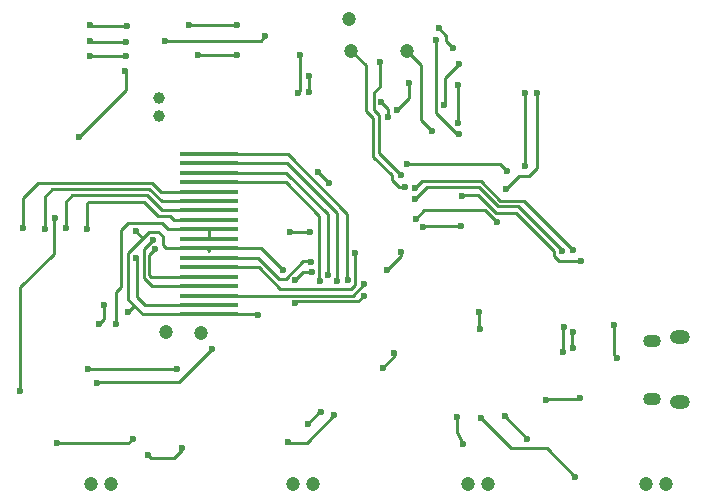
<source format=gbr>
G04 #@! TF.FileFunction,Copper,L2,Bot,Signal*
%FSLAX46Y46*%
G04 Gerber Fmt 4.6, Leading zero omitted, Abs format (unit mm)*
G04 Created by KiCad (PCBNEW 4.0.4-stable) date Sun Apr  9 13:13:39 2017*
%MOMM*%
%LPD*%
G01*
G04 APERTURE LIST*
%ADD10C,0.250000*%
%ADD11O,1.500000X1.100000*%
%ADD12O,1.700000X1.200000*%
%ADD13R,5.000000X0.400000*%
%ADD14C,1.200000*%
%ADD15C,1.000000*%
%ADD16C,0.600000*%
G04 APERTURE END LIST*
D10*
D11*
X154850000Y-83800000D03*
X154800000Y-78860000D03*
D12*
X157170000Y-84040000D03*
X157170000Y-78580000D03*
D13*
X117350000Y-63050000D03*
X117350000Y-63850000D03*
X117350000Y-64650000D03*
X117350000Y-65450000D03*
X117350000Y-66250000D03*
X117350000Y-67050000D03*
X117350000Y-67850000D03*
X117350000Y-68650000D03*
X117350000Y-69450000D03*
X117350000Y-70250000D03*
X117350000Y-71050000D03*
X117350000Y-71850000D03*
X117350000Y-72650000D03*
X117350000Y-73450000D03*
X117350000Y-74250000D03*
X117350000Y-75050000D03*
X117350000Y-75850000D03*
X117350000Y-76650000D03*
D14*
X113700000Y-78150000D03*
X116625000Y-78225000D03*
X129200000Y-51625000D03*
X129360000Y-54320000D03*
X134110000Y-54340000D03*
X124400000Y-91000000D03*
X126100000Y-91000000D03*
X139225000Y-91000000D03*
X140925000Y-91000000D03*
X107325000Y-91000000D03*
X109025000Y-91000000D03*
X154325000Y-91000000D03*
X156025000Y-91000000D03*
D15*
X113100000Y-58320000D03*
X113100000Y-59820000D03*
D16*
X104475000Y-87525000D03*
X110850000Y-87175000D03*
X144250000Y-87200000D03*
X142350000Y-85275000D03*
X106275000Y-61625000D03*
X110250000Y-56025000D03*
X110490000Y-76454000D03*
X111160000Y-69620000D03*
X136790000Y-52440000D03*
X138010000Y-54070000D03*
X142570000Y-64530000D03*
X134110000Y-63900000D03*
X121460000Y-76680000D03*
X123550000Y-72850000D03*
X140230000Y-77910000D03*
X140210000Y-76420000D03*
X131840000Y-55280000D03*
X133590000Y-64850000D03*
X116400000Y-54675000D03*
X119650000Y-54700000D03*
X107225000Y-54750000D03*
X110300000Y-54800000D03*
X107875000Y-82450000D03*
X117575000Y-79575000D03*
X136570000Y-53380000D03*
X138520000Y-61390000D03*
X130450000Y-75060000D03*
X124610000Y-75720000D03*
X126540000Y-64560000D03*
X127480000Y-65520000D03*
X124190000Y-69630000D03*
X125840000Y-69660000D03*
X148720000Y-83760000D03*
X145850000Y-83930000D03*
X138640000Y-69170000D03*
X135410000Y-69220000D03*
X133550000Y-71350000D03*
X132410000Y-72860000D03*
X126000000Y-73080000D03*
X124620000Y-73750000D03*
X145090000Y-57940000D03*
X142470000Y-65990000D03*
X144080000Y-57940000D03*
X144050000Y-64100000D03*
X141690000Y-68840000D03*
X134810000Y-68590000D03*
X132490000Y-59900000D03*
X131900000Y-58640000D03*
X138420000Y-57200000D03*
X138440000Y-60470000D03*
X134230000Y-57040000D03*
X133240000Y-59310000D03*
X138520000Y-55440000D03*
X137250000Y-58920000D03*
X104250000Y-68500000D03*
X101350000Y-83100000D03*
X151870000Y-80310000D03*
X151610000Y-77570000D03*
X148830000Y-72100000D03*
X138730000Y-66630000D03*
X107000000Y-69375000D03*
X125970000Y-72180000D03*
X129720000Y-71480000D03*
X112760000Y-71140000D03*
X112610000Y-70330000D03*
X130480000Y-74080000D03*
X111180000Y-71860000D03*
X133900000Y-65880000D03*
X136180000Y-61130000D03*
X134750000Y-65970000D03*
X148100000Y-71170000D03*
X148120000Y-78170000D03*
X148100000Y-79480000D03*
X147290000Y-79810000D03*
X147340000Y-77710000D03*
X147220000Y-71310000D03*
X134780000Y-66840000D03*
X107050000Y-81275000D03*
X114650000Y-81275000D03*
X125825000Y-56425000D03*
X125800000Y-57800000D03*
X122100000Y-53075000D03*
X113625000Y-53500000D03*
X110300000Y-53575000D03*
X107225000Y-53500000D03*
X125000000Y-54700000D03*
X124825000Y-57900000D03*
X119650000Y-52150000D03*
X115625000Y-52175000D03*
X110350000Y-52225000D03*
X107225000Y-52175000D03*
X126800000Y-84950000D03*
X125700000Y-85925000D03*
X138300000Y-85375000D03*
X138800000Y-87600000D03*
X112175000Y-88550000D03*
X115075000Y-87950000D03*
X124025000Y-87450000D03*
X127900000Y-85175000D03*
X132025000Y-81175000D03*
X133025000Y-79925000D03*
X140350000Y-85425000D03*
X148350000Y-90450000D03*
X129050000Y-73740000D03*
X128120000Y-73780000D03*
X127410000Y-73320000D03*
X126690000Y-73790000D03*
X101600000Y-69342000D03*
X103400000Y-69375000D03*
X105175000Y-69350000D03*
X108400000Y-75850000D03*
X108000000Y-77425000D03*
X109450000Y-77425000D03*
D10*
X110500000Y-87525000D02*
X104475000Y-87525000D01*
X110850000Y-87175000D02*
X110500000Y-87525000D01*
X144250000Y-87175000D02*
X144250000Y-87200000D01*
X142350000Y-85275000D02*
X144250000Y-87175000D01*
X106275000Y-61625000D02*
X110275000Y-57625000D01*
X110275000Y-57625000D02*
X110275000Y-56050000D01*
X110275000Y-56050000D02*
X110250000Y-56025000D01*
X110998000Y-75946000D02*
X110998000Y-75928000D01*
X111007000Y-75937000D02*
X110998000Y-75946000D01*
X110490000Y-76454000D02*
X111007000Y-75937000D01*
X111160000Y-69620000D02*
X111685000Y-70145000D01*
X111685000Y-70145000D02*
X111695000Y-70155000D01*
X137400000Y-53050000D02*
X136790000Y-52440000D01*
X137400000Y-53460000D02*
X137400000Y-53050000D01*
X138010000Y-54070000D02*
X137400000Y-53460000D01*
X141960000Y-63920000D02*
X142570000Y-64530000D01*
X135040000Y-63920000D02*
X141960000Y-63920000D01*
X134110000Y-63900000D02*
X135040000Y-63920000D01*
X121430000Y-76650000D02*
X117350000Y-76650000D01*
X121460000Y-76680000D02*
X121430000Y-76650000D01*
X117350000Y-76650000D02*
X111720000Y-76650000D01*
X113660000Y-71050000D02*
X117120000Y-71050000D01*
X113390000Y-70780000D02*
X113660000Y-71050000D01*
X113390000Y-70020000D02*
X113390000Y-70780000D01*
X113010000Y-69640000D02*
X113390000Y-70020000D01*
X112210000Y-69640000D02*
X113010000Y-69640000D01*
X110440000Y-71410000D02*
X111695000Y-70155000D01*
X111695000Y-70155000D02*
X112210000Y-69640000D01*
X110440000Y-75370000D02*
X110440000Y-71410000D01*
X111720000Y-76650000D02*
X110998000Y-75928000D01*
X110998000Y-75928000D02*
X110440000Y-75370000D01*
X117120000Y-71050000D02*
X117350000Y-71280000D01*
X117350000Y-71050000D02*
X121750000Y-71050000D01*
X121750000Y-71050000D02*
X123550000Y-72850000D01*
X140230000Y-77910000D02*
X140210000Y-77890000D01*
X140210000Y-77890000D02*
X140210000Y-76420000D01*
X131840000Y-55530000D02*
X131840000Y-55280000D01*
X131840000Y-57300000D02*
X131840000Y-55530000D01*
X131250000Y-57890000D02*
X131840000Y-57300000D01*
X131250000Y-59300000D02*
X131250000Y-57890000D01*
X131750000Y-59800000D02*
X131250000Y-59300000D01*
X131750000Y-63010000D02*
X131750000Y-59800000D01*
X133590000Y-64850000D02*
X131750000Y-63010000D01*
X116400000Y-54675000D02*
X116425000Y-54700000D01*
X116425000Y-54700000D02*
X119650000Y-54700000D01*
X107225000Y-54750000D02*
X107275000Y-54800000D01*
X107275000Y-54800000D02*
X110300000Y-54800000D01*
X107925000Y-82400000D02*
X107875000Y-82450000D01*
X114750000Y-82400000D02*
X107925000Y-82400000D01*
X117575000Y-79575000D02*
X114750000Y-82400000D01*
X136570000Y-59580000D02*
X136570000Y-53380000D01*
X138250000Y-61260000D02*
X136570000Y-59580000D01*
X138390000Y-61260000D02*
X138250000Y-61260000D01*
X138520000Y-61390000D02*
X138390000Y-61260000D01*
X129960000Y-75550000D02*
X130450000Y-75060000D01*
X124780000Y-75550000D02*
X129960000Y-75550000D01*
X124610000Y-75720000D02*
X124780000Y-75550000D01*
X126540000Y-64580000D02*
X126540000Y-64560000D01*
X127480000Y-65520000D02*
X126540000Y-64580000D01*
X124190000Y-69630000D02*
X124220000Y-69660000D01*
X124220000Y-69660000D02*
X125840000Y-69660000D01*
X148720000Y-83760000D02*
X148690000Y-83790000D01*
X148690000Y-83790000D02*
X145990000Y-83790000D01*
X145990000Y-83790000D02*
X145850000Y-83930000D01*
X135460000Y-69170000D02*
X138640000Y-69170000D01*
X135410000Y-69220000D02*
X135460000Y-69170000D01*
X133550000Y-71720000D02*
X133550000Y-71350000D01*
X132410000Y-72860000D02*
X133550000Y-71720000D01*
X125290000Y-73080000D02*
X126000000Y-73080000D01*
X124620000Y-73750000D02*
X125290000Y-73080000D01*
X145090000Y-64240000D02*
X145090000Y-57940000D01*
X144440000Y-64890000D02*
X145090000Y-64240000D01*
X143570000Y-64890000D02*
X144440000Y-64890000D01*
X142470000Y-65990000D02*
X143570000Y-64890000D01*
X144080000Y-64070000D02*
X144080000Y-57940000D01*
X144050000Y-64100000D02*
X144080000Y-64070000D01*
X141690000Y-68830000D02*
X141690000Y-68840000D01*
X140710000Y-67850000D02*
X141690000Y-68830000D01*
X135550000Y-67850000D02*
X140710000Y-67850000D01*
X134810000Y-68590000D02*
X135550000Y-67850000D01*
X132490000Y-59230000D02*
X132490000Y-59900000D01*
X131900000Y-58640000D02*
X132490000Y-59230000D01*
X138420000Y-60450000D02*
X138420000Y-57200000D01*
X138440000Y-60470000D02*
X138420000Y-60450000D01*
X134260000Y-57070000D02*
X134230000Y-57040000D01*
X134260000Y-58290000D02*
X134260000Y-57070000D01*
X133240000Y-59310000D02*
X134260000Y-58290000D01*
X137290000Y-56670000D02*
X138520000Y-55440000D01*
X137290000Y-58880000D02*
X137290000Y-56670000D01*
X137250000Y-58920000D02*
X137290000Y-58880000D01*
X104250000Y-68500000D02*
X104175000Y-68575000D01*
X104175000Y-68575000D02*
X104175000Y-71525000D01*
X104175000Y-71525000D02*
X101350000Y-74350000D01*
X101350000Y-74350000D02*
X101350000Y-83100000D01*
X151870000Y-80310000D02*
X151610000Y-80050000D01*
X151610000Y-80050000D02*
X151610000Y-77570000D01*
X146930000Y-72100000D02*
X148830000Y-72100000D01*
X146500000Y-71670000D02*
X146930000Y-72100000D01*
X146500000Y-71250000D02*
X146500000Y-71670000D01*
X143300000Y-68050000D02*
X146500000Y-71250000D01*
X141600000Y-68050000D02*
X143300000Y-68050000D01*
X140070000Y-66520000D02*
X141600000Y-68050000D01*
X138840000Y-66520000D02*
X140070000Y-66520000D01*
X138730000Y-66630000D02*
X138840000Y-66520000D01*
X117350000Y-68650000D02*
X114350000Y-68650000D01*
X107000000Y-67250000D02*
X107000000Y-69375000D01*
X107125000Y-67125000D02*
X107000000Y-67250000D01*
X111775000Y-67125000D02*
X107125000Y-67125000D01*
X112975000Y-68325000D02*
X111775000Y-67125000D01*
X114025000Y-68325000D02*
X112975000Y-68325000D01*
X114350000Y-68650000D02*
X114025000Y-68325000D01*
X117350000Y-71850000D02*
X121500000Y-71850000D01*
X125970000Y-72160000D02*
X125970000Y-72180000D01*
X125300000Y-72160000D02*
X125970000Y-72160000D01*
X123850000Y-73610000D02*
X125300000Y-72160000D01*
X123260000Y-73610000D02*
X123850000Y-73610000D01*
X121500000Y-71850000D02*
X123260000Y-73610000D01*
X117350000Y-72650000D02*
X121540000Y-72650000D01*
X129720000Y-74120000D02*
X129720000Y-71480000D01*
X129380000Y-74460000D02*
X129720000Y-74120000D01*
X123350000Y-74460000D02*
X129380000Y-74460000D01*
X121540000Y-72650000D02*
X123350000Y-74460000D01*
X117350000Y-73450000D02*
X112430002Y-73450000D01*
X112270002Y-71629998D02*
X112760000Y-71140000D01*
X112270002Y-73290000D02*
X112270002Y-71629998D01*
X112430002Y-73450000D02*
X112270002Y-73290000D01*
X112510000Y-74250000D02*
X117350000Y-74250000D01*
X111820000Y-73560000D02*
X112510000Y-74250000D01*
X111820000Y-71120000D02*
X111820000Y-73560000D01*
X112610000Y-70330000D02*
X111820000Y-71120000D01*
X117350000Y-75050000D02*
X129510000Y-75050000D01*
X129510000Y-75050000D02*
X130480000Y-74080000D01*
X111920000Y-75850000D02*
X117350000Y-75850000D01*
X111210000Y-75140000D02*
X111920000Y-75850000D01*
X111210000Y-71890000D02*
X111210000Y-75140000D01*
X111180000Y-71860000D02*
X111210000Y-71890000D01*
X133900000Y-65880000D02*
X133420000Y-65880000D01*
X130610000Y-55570000D02*
X129360000Y-54320000D01*
X130610000Y-59410000D02*
X130610000Y-55570000D01*
X131220000Y-60020000D02*
X130610000Y-59410000D01*
X131220000Y-63280000D02*
X131220000Y-60020000D01*
X132790000Y-64850000D02*
X131220000Y-63280000D01*
X132790000Y-65250000D02*
X132790000Y-64850000D01*
X133420000Y-65880000D02*
X132790000Y-65250000D01*
X135270000Y-55500000D02*
X134110000Y-54340000D01*
X135270000Y-60220000D02*
X135270000Y-55500000D01*
X136180000Y-61130000D02*
X135270000Y-60220000D01*
X135340000Y-65380000D02*
X134750000Y-65970000D01*
X140350000Y-65380000D02*
X135340000Y-65380000D01*
X142000000Y-67030000D02*
X140350000Y-65380000D01*
X143960000Y-67030000D02*
X142000000Y-67030000D01*
X148100000Y-71170000D02*
X143960000Y-67030000D01*
X148090000Y-78200000D02*
X148120000Y-78170000D01*
X148090000Y-79470000D02*
X148090000Y-78200000D01*
X148100000Y-79480000D02*
X148090000Y-79470000D01*
X147290000Y-77760000D02*
X147290000Y-79810000D01*
X147340000Y-77710000D02*
X147290000Y-77760000D01*
X147220000Y-71220000D02*
X147220000Y-71310000D01*
X143510000Y-67510000D02*
X147220000Y-71220000D01*
X141820000Y-67510000D02*
X143510000Y-67510000D01*
X140153199Y-65843199D02*
X141820000Y-67510000D01*
X135776801Y-65843199D02*
X140153199Y-65843199D01*
X134780000Y-66840000D02*
X135776801Y-65843199D01*
X107050000Y-81275000D02*
X114650000Y-81275000D01*
X125825000Y-57775000D02*
X125825000Y-56425000D01*
X125800000Y-57800000D02*
X125825000Y-57775000D01*
X122100000Y-53075000D02*
X121700000Y-53475000D01*
X121700000Y-53475000D02*
X113600000Y-53475000D01*
X113600000Y-53475000D02*
X113625000Y-53500000D01*
X107300000Y-53575000D02*
X110300000Y-53575000D01*
X107225000Y-53500000D02*
X107300000Y-53575000D01*
X125000000Y-54800000D02*
X125000000Y-54700000D01*
X125025000Y-54825000D02*
X125000000Y-54800000D01*
X125025000Y-57700000D02*
X125025000Y-54825000D01*
X124825000Y-57900000D02*
X125025000Y-57700000D01*
X115650000Y-52150000D02*
X119650000Y-52150000D01*
X115625000Y-52175000D02*
X115650000Y-52150000D01*
X107275000Y-52225000D02*
X110350000Y-52225000D01*
X107225000Y-52175000D02*
X107275000Y-52225000D01*
X126675000Y-84950000D02*
X126800000Y-84950000D01*
X125700000Y-85925000D02*
X126675000Y-84950000D01*
X138300000Y-86625000D02*
X138300000Y-85375000D01*
X138800000Y-87600000D02*
X138300000Y-86625000D01*
X112175000Y-88550000D02*
X112450000Y-88825000D01*
X112450000Y-88825000D02*
X114350000Y-88825000D01*
X114350000Y-88825000D02*
X115075000Y-88100000D01*
X115075000Y-88100000D02*
X115075000Y-87950000D01*
X124025000Y-87450000D02*
X124075000Y-87500000D01*
X124075000Y-87500000D02*
X125600000Y-87500000D01*
X125600000Y-87500000D02*
X127900000Y-85200000D01*
X127900000Y-85200000D02*
X127900000Y-85175000D01*
X132025000Y-81175000D02*
X133100000Y-80100000D01*
X133100000Y-80100000D02*
X133100000Y-80000000D01*
X133100000Y-80000000D02*
X133025000Y-79925000D01*
X142925000Y-88000000D02*
X140350000Y-85425000D01*
X145900000Y-88000000D02*
X142925000Y-88000000D01*
X148350000Y-90450000D02*
X145900000Y-88000000D01*
X123970000Y-63050000D02*
X117350000Y-63050000D01*
X129030000Y-68110000D02*
X123970000Y-63050000D01*
X129030000Y-73720000D02*
X129030000Y-68110000D01*
X129050000Y-73740000D02*
X129030000Y-73720000D01*
X117350000Y-63850000D02*
X123930000Y-63850000D01*
X128120000Y-68040000D02*
X128120000Y-73780000D01*
X123930000Y-63850000D02*
X128120000Y-68040000D01*
X123860000Y-64650000D02*
X117350000Y-64650000D01*
X127390000Y-68180000D02*
X123860000Y-64650000D01*
X127370000Y-73280000D02*
X127390000Y-68180000D01*
X127410000Y-73320000D02*
X127370000Y-73280000D01*
X117350000Y-65450000D02*
X123810000Y-65450000D01*
X126660000Y-73760000D02*
X126690000Y-73790000D01*
X126670000Y-68310000D02*
X126660000Y-73760000D01*
X123810000Y-65450000D02*
X126670000Y-68310000D01*
X117350000Y-66250000D02*
X113240000Y-66250000D01*
X101600000Y-66802000D02*
X101600000Y-69342000D01*
X102870000Y-65532000D02*
X101600000Y-66802000D01*
X112522000Y-65532000D02*
X102870000Y-65532000D01*
X113240000Y-66250000D02*
X112522000Y-65532000D01*
X117350000Y-67050000D02*
X113300000Y-67050000D01*
X103400000Y-66675000D02*
X103400000Y-69375000D01*
X104050000Y-66025000D02*
X103400000Y-66675000D01*
X112275000Y-66025000D02*
X104050000Y-66025000D01*
X113300000Y-67050000D02*
X112275000Y-66025000D01*
X117350000Y-67850000D02*
X113350000Y-67850000D01*
X105175000Y-67100000D02*
X105175000Y-69350000D01*
X105700000Y-66575000D02*
X105175000Y-67100000D01*
X112075000Y-66575000D02*
X105700000Y-66575000D01*
X113350000Y-67850000D02*
X112075000Y-66575000D01*
X108400000Y-77025000D02*
X108400000Y-75850000D01*
X108000000Y-77425000D02*
X108400000Y-77025000D01*
X117350000Y-69450000D02*
X113875000Y-69450000D01*
X109450000Y-74750000D02*
X109450000Y-77425000D01*
X109900000Y-74300000D02*
X109450000Y-74750000D01*
X109900000Y-69525000D02*
X109900000Y-74300000D01*
X110500000Y-68925000D02*
X109900000Y-69525000D01*
X113350000Y-68925000D02*
X110500000Y-68925000D01*
X113875000Y-69450000D02*
X113350000Y-68925000D01*
X117350000Y-69450000D02*
X117350000Y-70250000D01*
M02*

</source>
